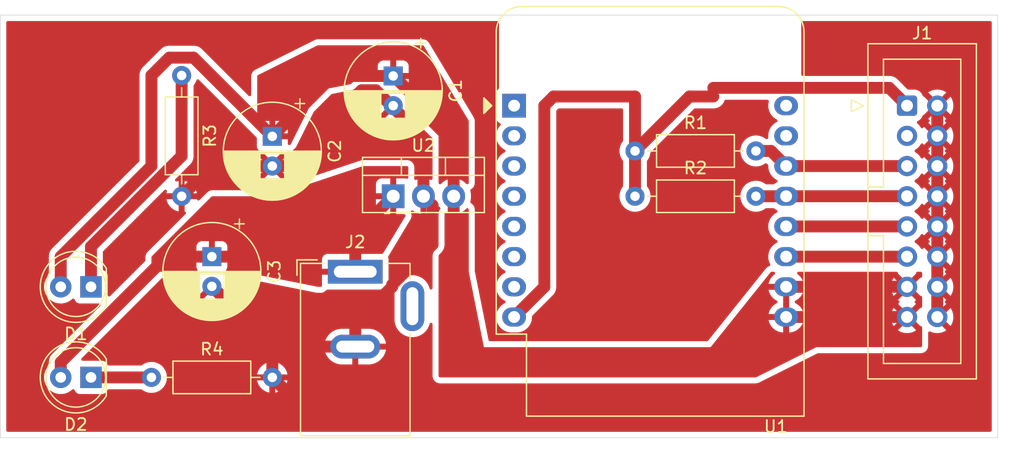
<source format=kicad_pcb>
(kicad_pcb (version 20240108) (generator "pcbnew") (generator_version "8.0")
  (layers (0 "F.Cu" signal) (31 "B.Cu" signal) (34 "B.Paste" user) (35 "F.Paste" user) (36 "B.SilkS" user "B.Silkscreen") (37 "F.SilkS" user "F.Silkscreen") (38 "B.Mask" user) (39 "F.Mask" user) (44 "Edge.Cuts" user))
  (net 0 "")
  (net 1 "+5V")
  (net 2 "GND")
  (net 3 "/RAW_5V")
  (net 4 "Net-(D1-K)")
  (net 5 "Net-(D2-K)")
  (net 6 "/~{SDB}")
  (net 7 "/SDA")
  (net 8 "/SYNC")
  (net 9 "/VIO")
  (net 10 "/SCL")
  (net 11 "/~{INTB}")
  (footprint "LED_THT:LED_D5.0mm" (layer "F.Cu") (at 63.5 88.9 180)
    (property "Reference" "D1" (at 1.27 -3.96 180) (layer "F.SilkS"))
    (property "Value" "LED")
    (pad "1" thru_hole rect (at 0 0 180) (size 1.8 1.8) (drill 0.9) (layers "*.Cu" "*.Mask") (net 4 "Net-(D1-K)"))
    (pad "2" thru_hole circle (at 2.54 0 180) (size 1.8 1.8) (drill 0.9) (layers "*.Cu" "*.Mask") (net 1 "+5V"))
  )
  (footprint "Capacitor_THT:CP_Radial_D8.0mm_P2.50mm" (layer "F.Cu") (at 88.9 71.16 -90)
    (property "Reference" "C1" (at 1.25 -5.25 90) (layer "F.SilkS"))
    (property "Value" "10uF")
    (pad "1" thru_hole rect (at 0 0 270) (size 1.6 1.6) (drill 0.8) (layers "*.Cu" "*.Mask") (net 1 "+5V"))
    (pad "2" thru_hole circle (at 2.5 0 270) (size 1.6 1.6) (drill 0.8) (layers "*.Cu" "*.Mask") (net 2 "GND"))
  )
  (footprint "Resistor_THT:R_Axial_DIN0207_L6.3mm_D2.5mm_P10.16mm_Horizontal" (layer "F.Cu") (at 109.22 77.47)
    (property "Reference" "R1" (at 5.08 -2.370001 360) (layer "F.SilkS"))
    (property "Value" "2k")
    (pad "1" thru_hole circle (at 0 0) (size 1.6 1.6) (drill 0.8) (layers "*.Cu" "*.Mask") (net 9 "/VIO"))
    (pad "2" thru_hole oval (at 10.16 0) (size 1.6 1.6) (drill 0.8) (layers "*.Cu" "*.Mask") (net 10 "/SCL"))
  )
  (footprint "Connector_IDC:IDC-Header_2x08_P2.54mm_Vertical" (layer "F.Cu") (at 132.08 73.66)
    (property "Reference" "J1" (at 1.27 -6.1 360) (layer "F.SilkS"))
    (property "Value" "Conn_02x08_Odd_Even")
    (pad "1" thru_hole roundrect (at 0 0) (size 1.7 1.7) (drill 1) (layers "*.Cu" "*.Mask") (roundrect_rratio 0.147059) (net 9 "/VIO"))
    (pad "2" thru_hole circle (at 2.54 0) (size 1.7 1.7) (drill 1) (layers "*.Cu" "*.Mask") (net 2 "GND"))
    (pad "3" thru_hole circle (at 0 2.54) (size 1.7 1.7) (drill 1) (layers "*.Cu" "*.Mask") (net 8 "/SYNC"))
    (pad "4" thru_hole circle (at 2.54 2.54) (size 1.7 1.7) (drill 1) (layers "*.Cu" "*.Mask") (net 2 "GND"))
    (pad "5" thru_hole circle (at 0 5.079999) (size 1.7 1.7) (drill 1) (layers "*.Cu" "*.Mask") (net 10 "/SCL"))
    (pad "6" thru_hole circle (at 2.54 5.08) (size 1.7 1.7) (drill 1) (layers "*.Cu" "*.Mask") (net 2 "GND"))
    (pad "7" thru_hole circle (at 0 7.62) (size 1.7 1.7) (drill 1) (layers "*.Cu" "*.Mask") (net 7 "/SDA"))
    (pad "8" thru_hole circle (at 2.54 7.62) (size 1.7 1.7) (drill 1) (layers "*.Cu" "*.Mask") (net 2 "GND"))
    (pad "9" thru_hole circle (at 0 10.16) (size 1.7 1.7) (drill 1) (layers "*.Cu" "*.Mask") (net 11 "/~{INTB}"))
    (pad "10" thru_hole circle (at 2.54 10.16) (size 1.7 1.7) (drill 1) (layers "*.Cu" "*.Mask") (net 2 "GND"))
    (pad "11" thru_hole circle (at 0 12.7) (size 1.7 1.7) (drill 1) (layers "*.Cu" "*.Mask") (net 6 "/~{SDB}"))
    (pad "12" thru_hole circle (at 2.54 12.7) (size 1.7 1.7) (drill 1) (layers "*.Cu" "*.Mask") (net 2 "GND"))
    (pad "13" thru_hole circle (at 0 15.24) (size 1.7 1.7) (drill 1) (layers "*.Cu" "*.Mask") (net 1 "+5V"))
    (pad "14" thru_hole circle (at 2.54 15.24) (size 1.7 1.7) (drill 1) (layers "*.Cu" "*.Mask") (net 2 "GND"))
    (pad "15" thru_hole circle (at 0 17.780001) (size 1.7 1.7) (drill 1) (layers "*.Cu" "*.Mask") (net 1 "+5V"))
    (pad "16" thru_hole circle (at 2.54 17.78) (size 1.7 1.7) (drill 1) (layers "*.Cu" "*.Mask") (net 2 "GND"))
  )
  (footprint "Package_TO_SOT_THT:TO-220-3_Vertical" (layer "F.Cu") (at 88.900001 81.28)
    (property "Reference" "U2" (at 2.54 -4.27 360) (layer "F.SilkS"))
    (property "Value" "LM7805_TO220")
    (pad "1" thru_hole rect (at 0 0) (size 1.905 2) (drill 1.1) (layers "*.Cu" "*.Mask") (net 3 "/RAW_5V"))
    (pad "2" thru_hole oval (at 2.54 0) (size 1.905 2) (drill 1.1) (layers "*.Cu" "*.Mask") (net 2 "GND"))
    (pad "3" thru_hole oval (at 5.079999 0) (size 1.905 2) (drill 1.1) (layers "*.Cu" "*.Mask") (net 1 "+5V"))
  )
  (footprint "Resistor_THT:R_Axial_DIN0207_L6.3mm_D2.5mm_P10.16mm_Horizontal" (layer "F.Cu") (at 71.12 71.12 -90)
    (property "Reference" "R3" (at 5.08 -2.370001 90) (layer "F.SilkS"))
    (property "Value" "2k")
    (pad "1" thru_hole circle (at 0 0 270) (size 1.6 1.6) (drill 0.8) (layers "*.Cu" "*.Mask") (net 4 "Net-(D1-K)"))
    (pad "2" thru_hole oval (at 10.16 0 270) (size 1.6 1.6) (drill 0.8) (layers "*.Cu" "*.Mask") (net 2 "GND"))
  )
  (footprint "Capacitor_THT:CP_Radial_D8.0mm_P2.50mm" (layer "F.Cu") (at 73.66 86.36 -90)
    (property "Reference" "C3" (at 1.25 -5.25 90) (layer "F.SilkS"))
    (property "Value" "10uF")
    (pad "1" thru_hole rect (at 0 0 270) (size 1.6 1.6) (drill 0.8) (layers "*.Cu" "*.Mask") (net 3 "/RAW_5V"))
    (pad "2" thru_hole circle (at 2.5 0 270) (size 1.6 1.6) (drill 0.8) (layers "*.Cu" "*.Mask") (net 2 "GND"))
  )
  (footprint "Capacitor_THT:CP_Radial_D8.0mm_P2.50mm" (layer "F.Cu") (at 78.74 76.24 -90)
    (property "Reference" "C2" (at 1.25 -5.25 90) (layer "F.SilkS"))
    (property "Value" "0.1uF")
    (pad "1" thru_hole rect (at 0 0 270) (size 1.6 1.6) (drill 0.8) (layers "*.Cu" "*.Mask") (net 1 "+5V"))
    (pad "2" thru_hole circle (at 2.5 0 270) (size 1.6 1.6) (drill 0.8) (layers "*.Cu" "*.Mask") (net 2 "GND"))
  )
  (footprint "LED_THT:LED_D5.0mm" (layer "F.Cu") (at 63.5 96.52 180)
    (property "Reference" "D2" (at 1.27 -3.96 360) (layer "F.SilkS"))
    (property "Value" "LED")
    (pad "1" thru_hole rect (at 0 0 180) (size 1.8 1.8) (drill 0.9) (layers "*.Cu" "*.Mask") (net 5 "Net-(D2-K)"))
    (pad "2" thru_hole circle (at 2.54 0 180) (size 1.8 1.8) (drill 0.9) (layers "*.Cu" "*.Mask") (net 3 "/RAW_5V"))
  )
  (footprint "Connector_BarrelJack:BarrelJack_GCT_DCJ200-10-A_Horizontal" (layer "F.Cu") (at 85.71 87.63)
    (property "Reference" "J2" (at 0 -2.5 0) (layer "F.SilkS"))
    (property "Value" "Barrel_Jack_Switch")
    (pad "1" thru_hole rect (at 0 0) (size 4.6 2) (drill oval 3.6 1) (layers "*.Cu" "*.Mask") (net 3 "/RAW_5V"))
    (pad "2" thru_hole oval (at 0 6.3) (size 4.2 2) (drill oval 3.2 1) (layers "*.Cu" "*.Mask") (net 2 "GND"))
    (pad "3" thru_hole oval (at 4.8 2.9) (size 2 4.2) (drill oval 1 3.2) (layers "*.Cu" "*.Mask"))
  )
  (footprint "Module:WEMOS_D1_mini_light" (layer "F.Cu") (at 99.06 73.66)
    (property "Reference" "U1" (at 22 27 0) (layer "F.SilkS"))
    (property "Value" "WeMos_D1_mini")
    (pad "1" thru_hole rect (at 0 0) (size 2 2) (drill 1) (layers "*.Cu" "*.Mask"))
    (pad "2" thru_hole oval (at 0 2.54) (size 2 1.6) (drill 1) (layers "*.Cu" "*.Mask"))
    (pad "3" thru_hole oval (at 0 5.08) (size 2 1.6) (drill 1) (layers "*.Cu" "*.Mask"))
    (pad "4" thru_hole oval (at 0 7.62) (size 2 1.6) (drill 1) (layers "*.Cu" "*.Mask"))
    (pad "5" thru_hole oval (at 0 10.16) (size 2 1.6) (drill 1) (layers "*.Cu" "*.Mask"))
    (pad "6" thru_hole oval (at 0 12.7) (size 2 1.6) (drill 1) (layers "*.Cu" "*.Mask"))
    (pad "7" thru_hole oval (at 0 15.24) (size 2 1.6) (drill 1) (layers "*.Cu" "*.Mask"))
    (pad "8" thru_hole oval (at 0 17.78) (size 2 1.6) (drill 1) (layers "*.Cu" "*.Mask") (net 9 "/VIO"))
    (pad "9" thru_hole oval (at 22.86 17.78) (size 2 1.6) (drill 1) (layers "*.Cu" "*.Mask") (net 1 "+5V"))
    (pad "10" thru_hole oval (at 22.86 15.24) (size 2 1.6) (drill 1) (layers "*.Cu" "*.Mask") (net 1 "+5V"))
    (pad "11" thru_hole oval (at 22.86 12.7) (size 2 1.6) (drill 1) (layers "*.Cu" "*.Mask") (net 6 "/~{SDB}"))
    (pad "12" thru_hole oval (at 22.86 10.16) (size 2 1.6) (drill 1) (layers "*.Cu" "*.Mask") (net 11 "/~{INTB}"))
    (pad "13" thru_hole oval (at 22.86 7.62) (size 2 1.6) (drill 1) (layers "*.Cu" "*.Mask") (net 7 "/SDA"))
    (pad "14" thru_hole oval (at 22.86 5.08) (size 2 1.6) (drill 1) (layers "*.Cu" "*.Mask") (net 10 "/SCL"))
    (pad "15" thru_hole oval (at 22.86 2.54) (size 2 1.6) (drill 1) (layers "*.Cu" "*.Mask"))
    (pad "16" thru_hole oval (at 22.86 0) (size 2 1.6) (drill 1) (layers "*.Cu" "*.Mask"))
  )
  (footprint "Resistor_THT:R_Axial_DIN0207_L6.3mm_D2.5mm_P10.16mm_Horizontal" (layer "F.Cu") (at 68.58 96.52)
    (property "Reference" "R4" (at 5.08 -2.370001 360) (layer "F.SilkS"))
    (property "Value" "2k")
    (pad "1" thru_hole circle (at 0 0) (size 1.6 1.6) (drill 0.8) (layers "*.Cu" "*.Mask") (net 5 "Net-(D2-K)"))
    (pad "2" thru_hole oval (at 10.16 0) (size 1.6 1.6) (drill 0.8) (layers "*.Cu" "*.Mask") (net 2 "GND"))
  )
  (footprint "Resistor_THT:R_Axial_DIN0207_L6.3mm_D2.5mm_P10.16mm_Horizontal" (layer "F.Cu") (at 109.22 81.28)
    (property "Reference" "R2" (at 5.08 -2.370001 360) (layer "F.SilkS"))
    (property "Value" "2k")
    (pad "1" thru_hole circle (at 0 0) (size 1.6 1.6) (drill 0.8) (layers "*.Cu" "*.Mask") (net 9 "/VIO"))
    (pad "2" thru_hole oval (at 10.16 0) (size 1.6 1.6) (drill 0.8) (layers "*.Cu" "*.Mask") (net 7 "/SDA"))
  )
  (gr_rect (start 55.88 66.04) (end 139.7 101.6) (stroke (width 0.05)) (fill none) (layer "Edge.Cuts"))
  (segment (start 78.74 76.24) (end 83.82 71.16) (width 1) (layer "F.Cu") (net 1))
  (segment (start 68.58 78.74) (end 60.96 86.36) (width 1) (layer "F.Cu") (net 1))
  (segment (start 132.08 88.9) (end 121.92 88.9) (width 1) (layer "F.Cu") (net 1))
  (segment (start 70.08 69.62) (end 68.58 71.12) (width 1) (layer "F.Cu") (net 1))
  (segment (start 60.96 86.36) (end 60.96 88.9) (width 1) (layer "F.Cu") (net 1))
  (segment (start 121.920001 91.440001) (end 121.92 91.44) (width 1) (layer "F.Cu") (net 1))
  (segment (start 93.98 88.68132) (end 93.98 81.28) (width 1) (layer "F.Cu") (net 1))
  (segment (start 83.82 71.16) (end 88.9 71.16) (width 1) (layer "F.Cu") (net 1))
  (segment (start 88.9 71.16) (end 88.94 71.16) (width 1) (layer "F.Cu") (net 1))
  (segment (start 68.58 71.12) (end 68.58 78.74) (width 1) (layer "F.Cu") (net 1))
  (segment (start 88.94 71.16) (end 93.98 76.2) (width 1) (layer "F.Cu") (net 1))
  (segment (start 70.08 69.62) (end 72.12 69.62) (width 1) (layer "F.Cu") (net 1))
  (segment (start 132.08 91.440001) (end 121.920001 91.440001) (width 1) (layer "F.Cu") (net 1))
  (segment (start 72.12 69.62) (end 78.74 76.24) (width 1) (layer "F.Cu") (net 1))
  (segment (start 93.98 76.2) (end 93.98 81.28) (width 1) (layer "F.Cu") (net 1))
  (segment (start 134.62 73.66) (end 134.62 91.44) (width 1) (layer "F.Cu") (net 2))
  (segment (start 127 99.06) (end 81.28 99.06) (width 1) (layer "F.Cu") (net 2))
  (segment (start 78.75 93.93) (end 78.74 93.94) (width 1) (layer "F.Cu") (net 2))
  (segment (start 85.71 92) (end 85.71 93.93) (width 1) (layer "F.Cu") (net 2))
  (segment (start 86.25137 72.36) (end 87.44 72.36) (width 1) (layer "F.Cu") (net 2))
  (segment (start 73.66 78.74) (end 71.12 81.28) (width 1) (layer "F.Cu") (net 2))
  (segment (start 87.44 72.36) (end 91.440001 76.360001) (width 1) (layer "F.Cu") (net 2))
  (segment (start 79.87137 78.74) (end 86.25137 72.36) (width 1) (layer "F.Cu") (net 2))
  (segment (start 88.81 88.725837) (end 88.81 88.9) (width 1) (layer "F.Cu") (net 2))
  (segment (start 78.74 78.74) (end 79.87137 78.74) (width 1) (layer "F.Cu") (net 2))
  (segment (start 92.21 85.325837) (end 88.81 88.725837) (width 1) (layer "F.Cu") (net 2))
  (segment (start 78.74 78.74) (end 73.66 78.74) (width 1) (layer "F.Cu") (net 2))
  (segment (start 76.24 91.44) (end 73.66 88.86) (width 1) (layer "F.Cu") (net 2))
  (segment (start 85.71 93.93) (end 78.75 93.93) (width 1) (layer "F.Cu") (net 2))
  (segment (start 91.440001 76.360001) (end 91.440001 81.28) (width 1) (layer "F.Cu") (net 2))
  (segment (start 78.74 93.94) (end 76.24 91.44) (width 1) (layer "F.Cu") (net 2))
  (segment (start 91.440001 81.28) (end 92.21 82.049999) (width 1) (layer "F.Cu") (net 2))
  (segment (start 92.21 82.049999) (end 92.21 85.325837) (width 1) (layer "F.Cu") (net 2))
  (segment (start 78.74 96.52) (end 78.74 93.94) (width 1) (layer "F.Cu") (net 2))
  (segment (start 81.28 99.06) (end 78.74 96.52) (width 1) (layer "F.Cu") (net 2))
  (segment (start 88.81 88.9) (end 85.71 92) (width 1) (layer "F.Cu") (net 2))
  (segment (start 85.71 87.63) (end 85.71 84.470001) (width 1) (layer "F.Cu") (net 3))
  (segment (start 60.96 95.247208) (end 60.96 96.52) (width 1) (layer "F.Cu") (net 3))
  (segment (start 73.66 86.36) (end 69.847208 86.36) (width 1) (layer "F.Cu") (net 3))
  (segment (start 76.2 86.36) (end 73.66 86.36) (width 1) (layer "F.Cu") (net 3))
  (segment (start 69.847208 86.36) (end 60.96 95.247208) (width 1) (layer "F.Cu") (net 3))
  (segment (start 85.71 84.470001) (end 88.900001 81.28) (width 1) (layer "F.Cu") (net 3))
  (segment (start 78.089999 84.470001) (end 76.2 86.36) (width 1) (layer "F.Cu") (net 3))
  (segment (start 85.71 84.470001) (end 78.089999 84.470001) (width 1) (layer "F.Cu") (net 3))
  (segment (start 71.12 71.12) (end 71.12 77.897056) (width 1) (layer "F.Cu") (net 4))
  (segment (start 63.5 85.517056) (end 63.5 88.9) (width 1) (layer "F.Cu") (net 4))
  (segment (start 71.12 77.897056) (end 63.5 85.517056) (width 1) (layer "F.Cu") (net 4))
  (segment (start 63.5 96.52) (end 68.58 96.52) (width 1) (layer "F.Cu") (net 5))
  (segment (start 132.08 86.36) (end 121.92 86.36) (width 1) (layer "F.Cu") (net 6))
  (segment (start 121.92 81.28) (end 119.38 81.28) (width 1) (layer "F.Cu") (net 7))
  (segment (start 132.08 81.28) (end 121.92 81.28) (width 1) (layer "F.Cu") (net 7))
  (segment (start 113.8 72.89) (end 115.8 72.89) (width 1) (layer "F.Cu") (net 9))
  (segment (start 101.6 73.66) (end 101.6 88.9) (width 1) (layer "F.Cu") (net 9))
  (segment (start 109.22 77.47) (end 113.8 72.89) (width 1) (layer "F.Cu") (net 9))
  (segment (start 101.6 88.9) (end 99.06 91.44) (width 1) (layer "F.Cu") (net 9))
  (segment (start 109.22 77.47) (end 109.22 81.28) (width 1) (layer "F.Cu") (net 9))
  (segment (start 109.22 77.47) (end 109.22 72.89) (width 1) (layer "F.Cu") (net 9))
  (segment (start 132.08 73.66) (end 130.58 72.16) (width 1) (layer "F.Cu") (net 9))
  (segment (start 130.58 72.16) (end 115.8 72.16) (width 1) (layer "F.Cu") (net 9))
  (segment (start 109.22 72.89) (end 102.37 72.89) (width 1) (layer "F.Cu") (net 9))
  (segment (start 102.37 72.89) (end 101.6 73.66) (width 1) (layer "F.Cu") (net 9))
  (segment (start 132.08 78.739999) (end 121.920001 78.739999) (width 1) (layer "F.Cu") (net 10))
  (segment (start 120.65 77.47) (end 121.92 78.74) (width 1) (layer "F.Cu") (net 10))
  (segment (start 121.920001 78.739999) (end 121.92 78.74) (width 1) (layer "F.Cu") (net 10))
  (segment (start 119.38 77.47) (end 120.65 77.47) (width 1) (layer "F.Cu") (net 10))
  (segment (start 132.08 83.82) (end 121.92 83.82) (width 1) (layer "F.Cu") (net 11))
  (zone (net 1) (net_name "+5V") (layer "F.Cu") (priority 2) (connect_pads (clearance 0.5)) (min_thickness 0.25) (fill yes (thermal_gap 0.5) (thermal_bridge_width 0.5))
    (polygon (pts (xy 77.47 77.47) (xy 77.47 71.12) (xy 82.55 68.58) (xy 91.44 68.58) (xy 95.25 74.93) (xy 95.25 87.63) (xy 96.52 93.98) (xy 100.33 93.98) (xy 104.14 93.98) (xy 115.57 93.98) (xy 120.65 87.63) (xy 133.35 87.63) (xy 133.35 93.98) (xy 124.46 93.98) (xy 119.38 96.52) (xy 92.71 96.52) (xy 92.71 88.9) (xy 92.71 76.2) (xy 91.44 74.93) (xy 88.9 71.16) (xy 82.55 72.39) (xy 80.01 77.47)))
  )
  (zone (net 3) (net_name "/RAW_5V") (layer "F.Cu") (priority 1) (connect_pads (clearance 0.5)) (min_thickness 0.25) (fill yes (thermal_gap 0.5) (thermal_bridge_width 0.5))
    (polygon (pts (xy 86.36 78.74) (xy 78.74 81.28) (xy 73.66 81.28) (xy 68.58 86.36) (xy 68.58 87.63) (xy 76.2 87.63) (xy 82.55 88.9) (xy 86.36 88.9) (xy 90.17 82.55) (xy 90.17 78.74)))
  )
  (zone (net 2) (net_name "GND") (layer "F.Cu") (connect_pads (clearance 0.5)) (min_thickness 0.25) (fill yes (thermal_gap 0.5) (thermal_bridge_width 0.5))
    (polygon (pts (xy 55.88 66.04) (xy 139.7 66.04) (xy 139.7 101.6) (xy 55.88 101.6)))
  )
  (zone (net 0) (net_name "") (layer "F.Cu") (connect_pads (clearance 0)) (min_thickness 0.25)
    (keepout (tracks not_allowed) (vias not_allowed) (pads not_allowed) (copperpour not_allowed) (footprints allowed))
    (fill (thermal_gap 0.5) (thermal_bridge_width 0.5))
    (polygon (pts (xy 97.79 64.77) (xy 123.19 64.77) (xy 123.19 72.39) (xy 123.19 71.12) (xy 115.57 71.12) (xy 114.3 72.39) (xy 97.79 72.39)))
  )
)
</source>
